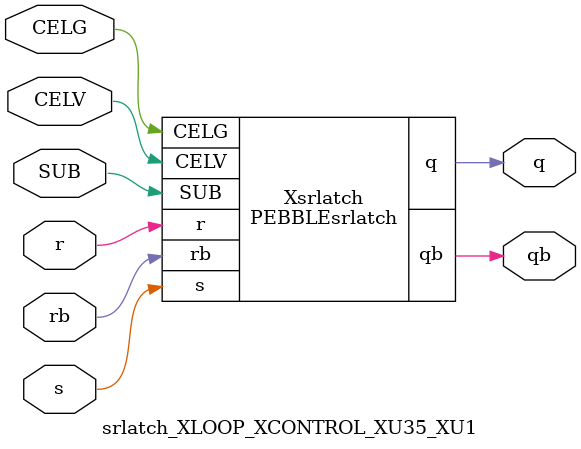
<source format=v>



module PEBBLEsrlatch ( q, qb, CELG, CELV, SUB, r, rb, s );

  input CELV;
  input s;
  output q;
  input rb;
  input r;
  input SUB;
  input CELG;
  output qb;
endmodule

//Celera Confidential Do Not Copy srlatch_XLOOP_XCONTROL_XU35_XU1
//Celera Confidential Symbol Generator
//SR Latch
module srlatch_XLOOP_XCONTROL_XU35_XU1 (CELV,CELG,s,r,rb,q,qb,SUB);
input CELV;
input CELG;
input s;
input r;
input rb;
input SUB;
output q;
output qb;

//Celera Confidential Do Not Copy srlatch
PEBBLEsrlatch Xsrlatch(
.CELV (CELV),
.r (r),
.s (s),
.q (q),
.qb (qb),
.rb (rb),
.SUB (SUB),
.CELG (CELG)
);
//,diesize,PEBBLEsrlatch

//Celera Confidential Do Not Copy Module End
//Celera Schematic Generator
endmodule

</source>
